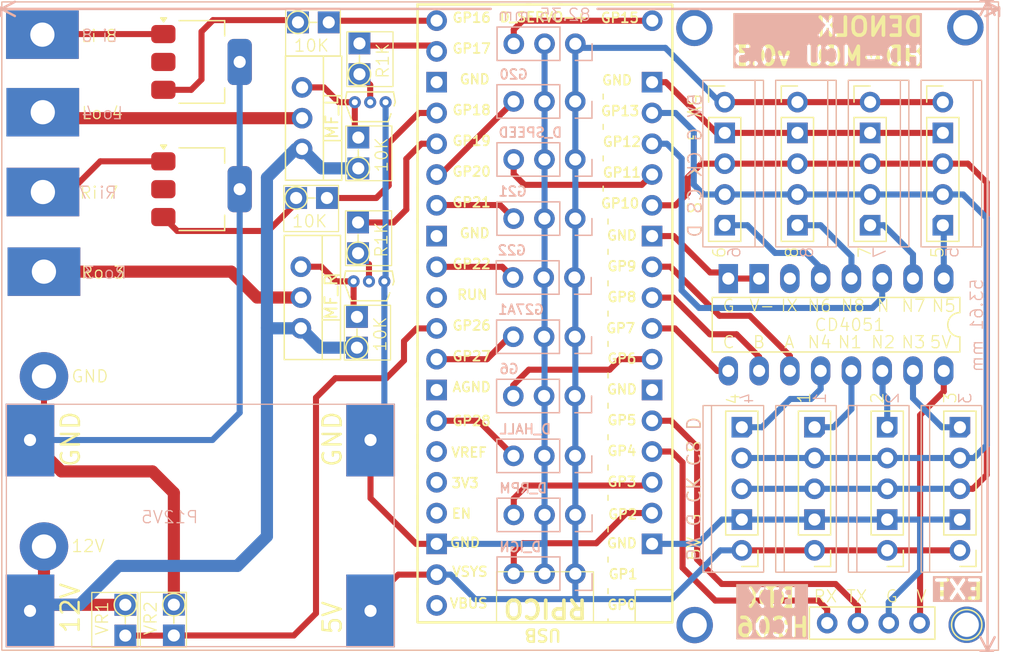
<source format=kicad_pcb>
(kicad_pcb (version 20241229) (generator "pcbnew") (generator_version "9.0")
  (title_block (title "hd-mcu") (company "denolk"))
  (layers (0 "F.Cu" signal) (2 "B.Cu" signal) (13 "F.Paste" user) (15 "B.Paste" user) (5 "F.SilkS" user "F.Silkscreen") (7 "B.SilkS" user "B.Silkscreen") (1 "F.Mask" user) (3 "B.Mask" user) (25 "Edge.Cuts" user))
  (net 0 "")
  (net 1 "GND")
  (net 2 "12V")
  (net 3 "SIG_L_IN")
  (net 4 "SIG_L_OUT")
  (net 5 "SIG_R_IN")
  (net 6 "SIG_R_OUT")
  (net 7 "5V")
  (net 8 "D_SIG_L_IN")
  (net 9 "D_SIG_R_IN")
  (net 10 "D_SIG_R_OUT")
  (net 11 "D_SIG_L_OUT")
  (net 12 "D_MUX_A")
  (net 13 "D_MUX_B")
  (net 14 "D_MUX_C")
  (net 15 "MUX_S8")
  (net 16 "MUX_S1")
  (net 17 "MUX_S2")
  (net 18 "MUX_S3")
  (net 19 "MUX_S4")
  (net 20 "MUX_S5")
  (net 21 "MUX_S7")
  (net 22 "MUX_S6")
  (net 23 "D_BT_RX")
  (net 24 "D_BT_TX")
  (net 25 "D_VOLT")
  (net 26 "D_SCK")
  (net 27 "D_CS")
  (net 28 "D_SO")
  (net 29 "AUX_A1")
  (net 30 "AUX_G20")
  (net 31 "AUX_G21")
  (net 32 "AUX_G6")
  (net 33 "AUX_G22")
  (net 34 "D_SERVO_PWM")
  (net 35 "D_RPM")
  (net 36 "D_IGN")
  (net 37 "D_SPEED")
  (net 38 "D_HALL")
  (footprint "Resistor_THT:R_Axial_DIN0204_L3.6mm_D1.6mm_P2.54mm_Vertical" (layer "F.Cu") (at 50.7175 70.8425 -90)
    (property "Reference" "VR2")
    (property "Value" "R_Axial_DIN0204_L3.6mm_D1.6mm_P2.54mm_Vertical" (hide yes))
  )
  (footprint "Resistor_THT:R_Axial_DIN0204_L3.6mm_D1.6mm_P2.54mm_Vertical" (layer "F.Cu") (at 46.7125 70.8525 -90)
    (property "Reference" "VR1")
    (property "Value" "R_Axial_DIN0204_L3.6mm_D1.6mm_P2.54mm_Vertical" (hide yes))
  )
  (footprint "" (layer "F.Cu") (at 90.2 22.65)
    (property "Reference" "")
    (property "Value" "")
  )
  (footprint "Connector_PinHeader_2.54mm:Socker_PinHeader_1x05_P2.54mm_Dualside" (layer "F.Cu") (at 103.5875 66.3575 180)
    (property "Reference" "1")
    (property "Value" "N1" (hide yes))
  )
  (footprint "Connector_PinHeader_2.54mm:Socker_PinHeader_1x05_P2.54mm_Dualside" (layer "F.Cu") (at 114.1775 29.3675)
    (property "Reference" "5")
    (property "Value" "N4" (hide yes))
  )
  (footprint "" (layer "F.Cu") (at 40 52)
    (property "Reference" "")
    (property "Value" "")
  )
  (footprint "Package_TO_SOT_THT:TO-220-3_Vertical" (layer "F.Cu") (at 61.3 28.1525 -90)
    (property "Reference" "REF**" (hide yes))
    (property "Value" "MF_L")
  )
  (footprint "Resistor_THT:R_Axial_DIN0204_L3.6mm_D1.6mm_P2.54mm_Vertical" (layer "F.Cu") (at 60.96 22.785)
    (property "Reference" "10K")
    (property "Value" "R_Axial_DIN0204_L3.6mm_D1.6mm_P2.54mm_Vertical" (hide yes))
  )
  (footprint "Package_TO_SOT_SMD:SOT-223" (layer "F.Cu") (at 53 36.5525)
    (property "Reference" "REF**" (hide yes))
    (property "Value" "RS78")
  )
  (footprint "" (layer "F.Cu") (at 116.15 21.69)
    (property "Reference" "")
    (property "Value" "")
  )
  (footprint "" (layer "F.Cu") (at 90.17 63.28)
    (property "Reference" "")
    (property "Value" "")
  )
  (footprint "Resistor_THT:R_Axial_DIN0204_L3.6mm_D1.6mm_P2.54mm_Vertical" (layer "F.Cu") (at 65.83 49.6325 90)
    (property "Reference" "10K")
    (property "Value" "R_Axial_DIN0204_L3.6mm_D1.6mm_P2.54mm_Vertical" (hide yes))
  )
  (footprint "Connector_PinHeader_2.54mm:Socker_PinHeader_1x05_P2.54mm_Dualside" (layer "F.Cu") (at 96.1775 29.3675)
    (property "Reference" "6")
    (property "Value" "N6" (hide yes))
  )
  (footprint "" (layer "F.Cu") (at 39.8475 23.8 180)
    (property "Reference" "")
    (property "Value" "")
  )
  (footprint "Connector_PinHeader_2.54mm:Socker_PinHeader_1x05_P2.54mm_Dualside" (layer "F.Cu") (at 109.5875 66.3575 180)
    (property "Reference" "2")
    (property "Value" "N4" (hide yes))
  )
  (footprint "Resistor_THT:R_Axial_DIN0204_L3.6mm_D1.6mm_P2.54mm_Vertical" (layer "F.Cu") (at 60.81 37.28)
    (property "Reference" "10K")
    (property "Value" "R_Axial_DIN0204_L3.6mm_D1.6mm_P2.54mm_Vertical" (hide yes))
  )
  (footprint "Package_TO_SOT_THT:TO-92S" (layer "F.Cu") (at 68.09 44.1575 180)
    (property "Reference" "REF**" (hide yes))
    (property "Value" "22RG" (hide yes))
  )
  (footprint "Connector_Pin:Pin_D1.0mm_L10.0mm" (layer "F.Cu") (at 116.15 72.5)
    (property "Reference" "REF**" (hide yes))
    (property "Value" "Pin_D1.0mm_L10.0mm" (hide yes))
  )
  (footprint "Connector_PinHeader_2.54mm:Socker_PinHeader_1x05_P2.54mm_Dualside" (layer "F.Cu") (at 108.1775 29.3675)
    (property "Reference" "7")
    (property "Value" "N7" (hide yes))
  )
  (footprint "" (layer "F.Cu") (at 40 66.0425)
    (property "Reference" "")
    (property "Value" "")
  )
  (footprint "denolk:rpi_pico_h" (layer "F.Cu") (at 81.3465 46.1225 180)
    (property "Reference" "REF**" (hide yes))
    (property "Value" "RPICO")
  )
  (footprint "" (layer "F.Cu") (at 93.7 72.525)
    (property "Reference" "")
    (property "Value" "")
  )
  (footprint "Package_TO_SOT_SMD:SOT-223" (layer "F.Cu") (at 53 26.0525)
    (property "Reference" "REF**" (hide yes))
    (property "Value" "LS78")
  )
  (footprint "Package_TO_SOT_THT:TO-220-3_Vertical" (layer "F.Cu") (at 61.2 42.9525 -90)
    (property "Reference" "REF**" (hide yes))
    (property "Value" "MF_R")
  )
  (footprint "" (layer "F.Cu") (at 93.675 23.2425)
    (property "Reference" "")
    (property "Value" "")
  )
  (footprint "clipboard:025a530c-414d-4610-914f-198754de7740" (layer "F.Cu") (at 103.125 73.69)
    (property "Reference" "" (hide yes))
    (property "Value" "" (hide yes))
  )
  (footprint "" (layer "F.Cu") (at 39.9 30.2 180)
    (property "Reference" "")
    (property "Value" "")
  )
  (footprint "Connector_PinHeader_2.54mm:Socker_PinHeader_1x05_P2.54mm_Dualside" (layer "F.Cu") (at 97.5875 66.3575 180)
    (property "Reference" "4")
    (property "Value" "N4" (hide yes))
  )
  (footprint "Connector_PinHeader_2.54mm:Socker_PinHeader_1x05_P2.54mm_Dualside" (layer "F.Cu") (at 115.5875 66.3575 180)
    (property "Reference" "3")
    (property "Value" "N4" (hide yes))
  )
  (footprint "" (layer "F.Cu") (at 39.91 36.7875 180)
    (property "Reference" "")
    (property "Value" "")
  )
  (footprint "Resistor_THT:R_Axial_DIN0204_L3.6mm_D1.6mm_P2.54mm_Vertical" (layer "F.Cu") (at 65.92 41.8375 90)
    (property "Reference" "R1K")
    (property "Value" "R_Axial_DIN0204_L3.6mm_D1.6mm_P2.54mm_Vertical" (hide yes))
  )
  (footprint "Package_TO_SOT_THT:TO-92S" (layer "F.Cu") (at 68.19 29.3775 180)
    (property "Reference" "REF**" (hide yes))
    (property "Value" "22LF" (hide yes))
  )
  (footprint "" (layer "F.Cu") (at 39.995 43.3575 180)
    (property "Reference" "")
    (property "Value" "")
  )
  (footprint "Resistor_THT:R_Axial_DIN0204_L3.6mm_D1.6mm_P2.54mm_Vertical" (layer "F.Cu") (at 65.94 34.8325 90)
    (property "Reference" "10K")
    (property "Value" "R_Axial_DIN0204_L3.6mm_D1.6mm_P2.54mm_Vertical" (hide yes))
  )
  (footprint "Connector_PinHeader_2.54mm:Socker_PinHeader_1x05_P2.54mm_Dualside" (layer "F.Cu") (at 102.1775 29.3675)
    (property "Reference" "8")
    (property "Value" "N8" (hide yes))
  )
  (footprint "Resistor_THT:R_Axial_DIN0204_L3.6mm_D1.6mm_P2.54mm_Vertical" (layer "F.Cu") (at 66.035 27.0625 90)
    (property "Reference" "R1K")
    (property "Value" "R_Axial_DIN0204_L3.6mm_D1.6mm_P2.54mm_Vertical" (hide yes))
  )
  (footprint "Package_DIP:DIP-16_W7.62mm_LongPads" (layer "F.Cu") (at 114.255 43.9775 -90)
    (property "Reference" "CD4051")
    (property "Value" "CD4051" (hide yes))
  )
  (footprint "Connector_PinHeader_2.54mm:PinHeader_1x03_P2.54mm_Vertical" (layer "B.Cu") (at 83.85 63.43 90)
    (property "Reference" "REF**" (hide yes))
    (property "Value" "PinHeader_1x03_P2.54mm_Vertical" (hide yes))
  )
  (footprint "Connector_PinHeader_2.54mm:PinHeader_1x03_P2.54mm_Vertical" (layer "B.Cu") (at 83.85 24.55 90)
    (property "Reference" "REF**" (hide yes))
    (property "Value" "PinHeader_1x03_P2.54mm_Vertical" (hide yes))
  )
  (footprint "footprints:P12V5" (layer "B.Cu") (at 36.8975 54.3025 -90)
    (property "Reference" "REF**" (hide yes))
    (property "Value" "P12V5" (hide yes))
  )
  (footprint "Connector_PinHeader_2.54mm:PinHeader_1x03_P2.54mm_Vertical" (layer "B.Cu") (at 83.81 53.62 90)
    (property "Reference" "REF**" (hide yes))
    (property "Value" "PinHeader_1x03_P2.54mm_Vertical" (hide yes))
  )
  (footprint "Connector_PinHeader_2.54mm:PinHeader_1x03_P2.54mm_Vertical" (layer "B.Cu") (at 83.85 68.28 90)
    (property "Reference" "REF**" (hide yes))
    (property "Value" "PinHeader_1x03_P2.54mm_Vertical" (hide yes))
  )
  (footprint "Connector_PinHeader_2.54mm:PinHeader_1x03_P2.54mm_Vertical" (layer "B.Cu") (at 83.84 29.31 90)
    (property "Reference" "REF**" (hide yes))
    (property "Value" "PinHeader_1x03_P2.54mm_Vertical" (hide yes))
  )
  (footprint "Connector_PinHeader_2.54mm:PinHeader_1x03_P2.54mm_Vertical" (layer "B.Cu") (at 83.8425 34.1 90)
    (property "Reference" "REF**" (hide yes))
    (property "Value" "PinHeader_1x03_P2.54mm_Vertical" (hide yes))
  )
  (footprint "Connector_PinHeader_2.54mm:PinHeader_1x03_P2.54mm_Vertical" (layer "B.Cu") (at 83.83 58.56 90)
    (property "Reference" "REF**" (hide yes))
    (property "Value" "PinHeader_1x03_P2.54mm_Vertical" (hide yes))
  )
  (footprint "Connector_PinHeader_2.54mm:PinHeader_1x03_P2.54mm_Vertical" (layer "B.Cu") (at 83.84 38.98 90)
    (property "Reference" "REF**" (hide yes))
    (property "Value" "PinHeader_1x03_P2.54mm_Vertical" (hide yes))
  )
  (footprint "Connector_PinHeader_2.54mm:PinHeader_1x03_P2.54mm_Vertical" (layer "B.Cu") (at 83.78 43.84 90)
    (property "Reference" "REF**" (hide yes))
    (property "Value" "PinHeader_1x03_P2.54mm_Vertical" (hide yes))
  )
  (footprint "Connector_PinHeader_2.54mm:PinHeader_1x03_P2.54mm_Vertical" (layer "B.Cu") (at 83.81 48.73 90)
    (property "Reference" "REF**" (hide yes))
    (property "Value" "PinHeader_1x03_P2.54mm_Vertical" (hide yes))
  )
  (gr_rect (start 64.79 46.1325) (end 68.6 50.6525) (stroke (width 0.1)) (fill no) (layer "F.SilkS"))
  (gr_rect (start 64.9 31.3325) (end 68.71 35.8525) (stroke (width 0.1)) (fill no) (layer "F.SilkS"))
  (gr_rect (start 70.8275 21.3125) (end 91.8575 72.3025) (stroke (width 0.2)) (fill no) (layer "F.SilkS"))
  (gr_rect (start 43.9425 69.8325) (end 47.7525 74.3525) (stroke (width 0.1)) (fill no) (layer "F.SilkS"))
  (gr_rect (start 59.79 36.24) (end 64.31 40.05) (stroke (width 0.1)) (fill no) (layer "F.SilkS"))
  (gr_rect (start 36.5225 21.1) (end 118.77 74.6) (stroke (width 0.1)) (fill no) (layer "F.SilkS"))
  (gr_rect (start 64.995 23.5625) (end 68.805 28.0825) (stroke (width 0.1)) (fill no) (layer "F.SilkS"))
  (gr_rect (start 64.88 38.3375) (end 68.69 42.8575) (stroke (width 0.1)) (fill no) (layer "F.SilkS"))
  (gr_rect (start 47.9475 69.8225) (end 51.7575 74.3425) (stroke (width 0.1)) (fill no) (layer "F.SilkS"))
  (gr_rect (start 59.94 21.745) (end 64.46 25.555) (stroke (width 0.1)) (fill no) (layer "F.SilkS"))
  (gr_rect (start 36.5225 21.1) (end 118.77 74.6) (stroke (width 0.1)) (fill no) (layer "B.SilkS"))
  (gr_text "GND" (at 42.2 52 0) (layer "F.SilkS") (effects (font (size 1 1) (thickness 0.1)) (justify left)))
  (gr_text "Li 8" (at 42.995 23.91 0) (layer "F.SilkS") (effects (font (size 1 1) (thickness 0.1)) (justify left)))
  (gr_text "12V" (at 42.2 66 0) (layer "F.SilkS") (effects (font (size 1 1) (thickness 0.1)) (justify left)))
  (gr_text "Ro 3" (at 46.7475 43.4425 0) (layer "F.SilkS") (effects (font (size 1 1) (thickness 0.1)) (justify right)))
  (gr_text "8" (at 101.7275 41.7675 90) (layer "F.SilkS") (effects (font (size 1 1) (thickness 0.1))))
  (gr_text "GND" (at 42.2 59.6 90) (layer "F.SilkS") (effects (font (size 1.5 1.5) (thickness 0.2)) (justify left)))
  (gr_text "3" (at 114.7875 53.7675 90) (layer "F.SilkS") (effects (font (size 1 1) (thickness 0.1))))
  (gr_text "5" (at 113.7275 41.7675 90) (layer "F.SilkS") (effects (font (size 1 1) (thickness 0.1))))
  (gr_text "4" (at 96.9075 53.8675 90) (layer "F.SilkS") (effects (font (size 1 1) (thickness 0.1))))
  (gr_text "GND" (at 63.8 59.6 90) (layer "F.SilkS") (effects (font (size 1.5 1.5) (thickness 0.2)) (justify left)))
  (gr_text "Lo 4" (at 46.595 30.2675 0) (layer "F.SilkS") (effects (font (size 1 1) (thickness 0.1)) (justify right)))
  (gr_text "2" (at 108.7675 53.7875 90) (layer "F.SilkS") (effects (font (size 1 1) (thickness 0.1))))
  (gr_text "12V" (at 42.175 73.325 90) (layer "F.SilkS") (effects (font (size 1.5 1.5) (thickness 0.2)) (justify left)))
  (gr_text "BTX\nHC06" (at 100.1275 69.2725 180) (layer "F.SilkS" knockout) (effects (font (size 1.5 1.5) (thickness 0.3) (bold yes)) (justify bottom)))
  (gr_text "7" (at 107.7275 41.7675 90) (layer "F.SilkS") (effects (font (size 1 1) (thickness 0.1))))
  (gr_text "5V G CK CS D" (at 92.97 28.575 -90) (layer "F.SilkS") (effects (font (size 1.1 1.1) (thickness 0.12)) (justify left bottom)))
  (gr_text "GND" (at 87.2925 27.5625 0) (layer "F.SilkS") (effects (font (size 0.8 0.8))))
  (gr_text "GP15" (at 87.52 22.41 0) (layer "F.SilkS") (effects (font (size 0.8 0.8))))
  (gr_text "5V G CK CS D" (at 94.3 67.295 90) (layer "F.SilkS") (effects (font (size 1.1 1.1) (thickness 0.12)) (justify left bottom)))
  (gr_text "DENOLK\nHD-MCU v0.3" (at 96.6475 26.4525 0) (layer "F.SilkS" knockout) (effects (font (size 1.5 1.5) (thickness 0.3) (bold yes)) (justify left bottom)))
  (gr_text "1" (at 102.7275 53.7675 90) (layer "F.SilkS") (effects (font (size 1 1) (thickness 0.1))))
  (gr_text "6" (at 95.7275 41.7675 90) (layer "F.SilkS") (effects (font (size 1 1) (thickness 0.1))))
  (gr_text "D_SERVO-+" (at 77.53 22.36 0) (layer "F.SilkS") (effects (font (size 0.8 0.8)) (justify left)))
  (gr_text "5V" (at 63.8 73.4 90) (layer "F.SilkS") (effects (font (size 1.5 1.5) (thickness 0.2)) (justify left)))
  (gr_text "EXT" (at 113.125 70.5 0) (layer "F.SilkS" knockout) (effects (font (size 1.5 1.5) (thickness 0.3) (bold yes)) (justify left bottom)))
  (gr_text "Ri 7" (at 42.8825 36.8425 0) (layer "F.SilkS") (effects (font (size 1 1) (thickness 0.1)) (justify left)))
  (gr_text "GP2" (at 87.76 63.38 0) (layer "F.SilkS") (effects (font (size 0.8 0.8))))
  (gr_text "5V G CK CS D" (at 94.37 28.575 90) (layer "B.SilkS") (effects (font (size 1.1 1.1) (thickness 0.12)) (justify left bottom mirror)))
  (gr_text "Ri 7" (at 46.0825 36.8425 0) (layer "B.SilkS") (effects (font (size 1 1) (thickness 0.1)) (justify left mirror)))
  (gr_text "D_RPM" (at 77.49 61.23 0) (layer "B.SilkS") (effects (font (size 0.8 0.8)) (justify right mirror)))
  (gr_text "Ro 3" (at 43.1475 43.4525 0) (layer "B.SilkS") (effects (font (size 1 1) (thickness 0.1)) (justify right mirror)))
  (gr_text "5V G CK CS D" (at 92.9 67.325 -90) (layer "B.SilkS") (effects (font (size 1.1 1.1) (thickness 0.12)) (justify left bottom mirror)))
  (gr_text "G21" (at 77.4075 36.74 0) (layer "B.SilkS") (effects (font (size 0.8 0.8)) (justify right mirror)))
  (gr_text "G20" (at 77.4975 27.08 0) (layer "B.SilkS") (effects (font (size 0.8 0.8)) (justify right mirror)))
  (gr_text "G27A1" (at 77.3775 46.49 0) (layer "B.SilkS") (effects (font (size 0.8 0.8)) (justify right mirror)))
  (gr_text "Lo 4" (at 43.035 30.2775 0) (layer "B.SilkS") (effects (font (size 1 1) (thickness 0.1)) (justify right mirror)))
  (gr_text "Li 8" (at 46.1425 23.8875 0) (layer "B.SilkS") (effects (font (size 1 1) (thickness 0.1)) (justify left mirror)))
  (gr_text "D_SPEED" (at 77.43 31.88 0) (layer "B.SilkS") (effects (font (size 0.8 0.8)) (justify right mirror)))
  (gr_text "D_HALL" (at 77.51 56.36 0) (layer "B.SilkS") (effects (font (size 0.8 0.8)) (justify right mirror)))
  (gr_text "G22" (at 77.3475 41.6 0) (layer "B.SilkS") (effects (font (size 0.8 0.8)) (justify right mirror)))
  (gr_text "BTX\nHC06" (at 100.1275 73.5825 0) (layer "B.SilkS" knockout) (effects (font (size 1.5 1.5) (thickness 0.3) (bold yes)) (justify bottom mirror)))
  (gr_text "DENOLK\nHD-MCU v0.3" (at 112.6875 26.4525 0) (layer "B.SilkS" knockout) (effects (font (size 1.5 1.5) (thickness 0.3) (bold yes)) (justify left bottom mirror)))
  (gr_text "EXT" (at 117.655 70.5 0) (layer "B.SilkS" knockout) (effects (font (size 1.5 1.5) (thickness 0.3) (bold yes)) (justify left bottom mirror)))
  (gr_text "G6" (at 77.5 51.39 0) (layer "B.SilkS") (effects (font (size 0.8 0.8)) (justify right mirror)))
  (gr_text "D_IGN" (at 77.49 66.08 0) (layer "B.SilkS") (effects (font (size 0.8 0.8)) (justify right mirror)))
  (dimension (type aligned) (layer "B.SilkS") (pts (xy 118.8225 74.65) (xy 118.8225 21.04)) (height -0.955) (format (prefix "") (suffix "") (units 3) (units_format 1) (precision 2)) (style (thickness 0.2) (arrow_length 1.27) (text_position_mode 2) (arrow_direction outward) (extension_height 0.58642) (extension_offset 0.5) (keep_text_aligned yes)) (gr_text "53.61 mm" (at 116.979981 47.79848 90) (layer "B.SilkS") (effects (font (size 1 1) (thickness 0.1)) (justify mirror))))
  (dimension (type aligned) (layer "B.SilkS") (pts (xy 36.47 21.04) (xy 118.8225 21.04)) (height 0.635) (format (prefix "") (suffix "") (units 3) (units_format 1) (precision 2)) (style (thickness 0.2) (arrow_length 1.27) (text_position_mode 2) (arrow_direction outward) (extension_height 0.58642) (extension_offset 0.5) (keep_text_aligned yes)) (gr_text "82.35 mm" (at 81.275021 22.159972 0) (layer "B.SilkS") (effects (font (size 1 1) (thickness 0.1)) (justify mirror))))
  (segment (start 61.2 42.9525) (end 62.89 42.9525) (width 0.5) (layer "F.Cu") (net 0))
  (segment (start 64.095 44.1575) (end 65.55 44.1575) (width 0.5) (layer "F.Cu") (net 0))
  (segment (start 63.1 28.1525) (end 64.325 29.3775) (width 0.5) (layer "F.Cu") (net 0))
  (segment (start 65.65 29.3775) (end 65.65 32.0025) (width 0.5) (layer "F.Cu") (net 0))
  (segment (start 64.325 29.3775) (end 65.65 29.3775) (width 0.5) (layer "F.Cu") (net 0))
  (segment (start 65.55 44.1575) (end 65.55 46.8125) (width 0.5) (layer "F.Cu") (net 0))
  (segment (start 62.89 42.9525) (end 64.095 44.1575) (width 0.5) (layer "F.Cu") (net 0))
  (segment (start 61.3 28.1525) (end 63.1 28.1525) (width 0.5) (layer "F.Cu") (net 0))
  (segment (start 65.65 32.0025) (end 65.94 32.2925) (width 0.5) (layer "F.Cu") (net 0))
  (segment (start 114.1775 31.9075) (end 96.1775 31.9075) (width 0.5) (layer "F.Cu") (net 1))
  (segment (start 70.7175 65.8225) (end 72.4025 65.8225) (width 0.5) (layer "F.Cu") (net 1))
  (segment (start 95.9725 43.425) (end 96.475 43.9275) (width 0.5) (layer "F.Cu") (net 1))
  (segment (start 66.9475 62.0525) (end 70.7175 65.8225) (width 0.5) (layer "F.Cu") (net 1))
  (segment (start 91.9725 40.4225) (end 94.975 43.425) (width 0.5) (layer "F.Cu") (net 1))
  (segment (start 48.9475 59.8425) (end 41.4375 59.8425) (width 1) (layer "F.Cu") (net 1))
  (segment (start 50.7175 70.8425) (end 50.7175 61.6125) (width 1) (layer "F.Cu") (net 1))
  (segment (start 66.9475 62.0525) (end 66.9475 57.2525) (width 0.5) (layer "F.Cu") (net 1))
  (segment (start 96.1775 31.9075) (end 95.5075 31.9075) (width 0.5) (layer "F.Cu") (net 1))
  (segment (start 40 52) (end 40 56.1) (width 0.5) (layer "F.Cu") (net 1))
  (segment (start 41.4375 59.8425) (end 38.8475 57.2525) (width 1) (layer "F.Cu") (net 1))
  (segment (start 91.3225 27.7225) (end 90.1825 27.7225) (width 0.5) (layer "F.Cu") (net 1))
  (segment (start 50.7175 61.6125) (end 48.9475 59.8425) (width 1) (layer "F.Cu") (net 1))
  (segment (start 90.1825 40.4225) (end 91.9725 40.4225) (width 0.5) (layer "F.Cu") (net 1))
  (segment (start 95.5075 31.9075) (end 91.3225 27.7225) (width 0.5) (layer "F.Cu") (net 1))
  (segment (start 99.015 43.9275) (end 96.475 43.9275) (width 0.5) (layer "F.Cu") (net 1))
  (segment (start 94.975 43.425) (end 95.9725 43.425) (width 0.5) (layer "F.Cu") (net 1))
  (segment (start 40.2475 56.8525) (end 38.8475 55.4525) (width 0.5) (layer "F.Cu") (net 1))
  (segment (start 40 56.1) (end 38.8475 57.2525) (width 0.5) (layer "F.Cu") (net 1))
  (segment (start 107.06 63.8475) (end 107.09 63.8175) (width 0.5) (layer "B.Cu") (net 1))
  (segment (start 72.2325 65.6525) (end 72.4025 65.8225) (width 0.5) (layer "B.Cu") (net 1))
  (segment (start 81.0175 65.8225) (end 72.4025 65.8225) (width 0.5) (layer "B.Cu") (net 1))
  (segment (start 90.1825 65.8225) (end 93.9525 65.8225) (width 0.5) (layer "B.Cu") (net 1))
  (segment (start 56.15 36.5525) (end 56.15 55) (width 0.5) (layer "B.Cu") (net 1))
  (segment (start 68.09 44.1575) (end 68.09 56.11) (width 0.5) (layer "B.Cu") (net 1))
  (segment (start 81.31 65.79) (end 81.31 68.28) (width 0.5) (layer "B.Cu") (net 1))
  (segment (start 53.8975 57.2525) (end 38.8475 57.2525) (width 0.5) (layer "B.Cu") (net 1))
  (segment (start 109.715 72.36) (end 109.66 72.305) (width 0.5) (layer "B.Cu") (net 1))
  (segment (start 109.715 72.36) (end 109.715 70.635) (width 0.5) (layer "B.Cu") (net 1))
  (segment (start 81.05 65.79) (end 81.0175 65.8225) (width 0.5) (layer "B.Cu") (net 1))
  (segment (start 68.19 44.0575) (end 68.09 44.1575) (width 0.5) (layer "B.Cu") (net 1))
  (segment (start 68.19 29.3775) (end 68.19 44.0575) (width 0.5) (layer "B.Cu") (net 1))
  (segment (start 72.4025 65.8225) (end 72.06 66.165) (width 0.5) (layer "B.Cu") (net 1))
  (segment (start 56.15 26.0525) (end 56.15 36.5525) (width 0.5) (layer "B.Cu") (net 1))
  (segment (start 56.15 55) (end 53.8975 57.2525) (width 0.5) (layer "B.Cu") (net 1))
  (segment (start 68.09 56.11) (end 66.9475 57.2525) (width 0.5) (layer "B.Cu") (net 1))
  (segment (start 81.31 24.55) (end 81.31 65.79) (width 0.5) (layer "B.Cu") (net 1))
  (segment (start 81.31 65.79) (end 81.05 65.79) (width 0.5) (layer "B.Cu") (net 1))
  (segment (start 109.715 70.635) (end 112.3 68.05) (width 0.5) (layer "B.Cu") (net 1))
  (segment (start 112.3 68.05) (end 112.3 63.8175) (width 0.5) (layer "B.Cu") (net 1))
  (segment (start 93.9525 65.8225) (end 95.9575 63.8175) (width 0.5) (layer "B.Cu") (net 1))
  (segment (start 112.3 63.8175) (end 115.5875 63.8175) (width 0.5) (layer "B.Cu") (net 1))
  (segment (start 73.0325 65.8225) (end 73.04 65.83) (width 0.5) (layer "B.Cu") (net 1))
  (segment (start 95.9575 63.8175) (end 97.5875 63.8175) (width 0.5) (layer "B.Cu") (net 1))
  (segment (start 97.5875 63.8175) (end 112.3 63.8175) (width 0.5) (layer "B.Cu") (net 1))
  (segment (start 40 70.2) (end 40 66.0425) (width 1) (layer "F.Cu") (net 2))
  (segment (start 39.3475 70.8525) (end 46.7125 70.8525) (width 1) (layer "F.Cu") (net 2))
  (segment (start 38.8475 71.3525) (end 39.3475 70.8525) (width 1) (layer "F.Cu") (net 2))
  (segment (start 38.8475 71.3525) (end 40 70.2) (width 1) (layer "F.Cu") (net 2))
  (segment (start 62.9 34.8325) (end 65.94 34.8325) (width 1) (layer "B.Cu") (net 2))
  (segment (start 42.9475 70.8425) (end 39.3575 70.8425) (width 1) (layer "B.Cu") (net 2))
  (segment (start 61.3 33.2325) (end 62.9 34.8325) (width 1) (layer "B.Cu") (net 2))
  (segment (start 61.3 33.2325) (end 60.7675 33.2325) (width 1) (layer "B.Cu") (net 2))
  (segment (start 58.4 65.2) (end 55.9575 67.6425) (width 1) (layer "B.Cu") (net 2))
  (segment (start 46.1475 67.6425) (end 42.9475 70.8425) (width 1) (layer "B.Cu") (net 2))
  (segment (start 58.4 48) (end 58.4325 48.0325) (width 1) (layer "B.Cu") (net 2))
  (segment (start 39.3575 70.8425) (end 38.8475 71.3525) (width 1) (layer "B.Cu") (net 2))
  (segment (start 61.2 48.0325) (end 62.8 49.6325) (width 1) (layer "B.Cu") (net 2))
  (segment (start 60.7675 33.2325) (end 58.4 35.6) (width 1) (layer "B.Cu") (net 2))
  (segment (start 58.4325 48.0325) (end 61.2 48.0325) (width 1) (layer "B.Cu") (net 2))
  (segment (start 58.4 35.6) (end 58.4 65.2) (width 1) (layer "B.Cu") (net 2))
  (segment (start 55.9575 67.6425) (end 46.1475 67.6425) (width 1) (layer "B.Cu") (net 2))
  (segment (start 62.8 49.6325) (end 65.83 49.6325) (width 1) (layer "B.Cu") (net 2))
  (segment (start 40.4575 23.7525) (end 49.85 23.7525) (width 0.5) (layer "F.Cu") (net 3))
  (segment (start 39.8675 24.3425) (end 40.4575 23.7525) (width 0.5) (layer "F.Cu") (net 3))
  (segment (start 39.9 30.3525) (end 40.24 30.6925) (width 1) (layer "F.Cu") (net 4))
  (segment (start 40.24 30.6925) (end 61.3 30.6925) (width 1) (layer "F.Cu") (net 4))
  (segment (start 44.6475 34.2525) (end 49.85 34.2525) (width 0.5) (layer "F.Cu") (net 5))
  (segment (start 39.91 36.3975) (end 42.5025 36.3975) (width 0.5) (layer "F.Cu") (net 5))
  (segment (start 42.5025 36.3975) (end 44.6475 34.2525) (width 0.5) (layer "F.Cu") (net 5))
  (segment (start 57.5875 45.4925) (end 61.2 45.4925) (width 1) (layer "F.Cu") (net 6))
  (segment (start 39.995 43.3575) (end 55.4525 43.3575) (width 1) (layer "F.Cu") (net 6))
  (segment (start 55.4525 43.3575) (end 57.5875 45.4925) (width 1) (layer "F.Cu") (net 6))
  (segment (start 114.255 51.5475) (end 114.29 51.5825) (width 0.5) (layer "F.Cu") (net 7))
  (segment (start 112.3 55.2) (end 112.3 72.315) (width 0.5) (layer "F.Cu") (net 7))
  (segment (start 112.3 72.315) (end 112.255 72.36) (width 0.5) (layer "F.Cu") (net 7))
  (segment (start 114.255 51.5475) (end 114.255 53.245) (width 0.5) (layer "F.Cu") (net 7))
  (segment (start 114.255 53.245) (end 112.3 55.2) (width 0.5) (layer "F.Cu") (net 7))
  (segment (start 115.5875 66.3575) (end 97.5875 66.3575) (width 0.5) (layer "F.Cu") (net 7))
  (segment (start 72.4025 68.3625) (end 69.2375 68.3625) (width 0.5) (layer "F.Cu") (net 7))
  (segment (start 69.2375 68.3625) (end 66.9475 70.6525) (width 0.5) (layer "F.Cu") (net 7))
  (segment (start 96.1775 29.3675) (end 114.1775 29.3675) (width 0.5) (layer "F.Cu") (net 7))
  (segment (start 66.9475 70.6525) (end 66.9475 71.3525) (width 0.5) (layer "F.Cu") (net 7))
  (segment (start 75.58 70.38) (end 83.86 70.38) (width 0.5) (layer "B.Cu") (net 7))
  (segment (start 91.28 24.89) (end 84.19 24.89) (width 0.5) (layer "B.Cu") (net 7))
  (segment (start 95.7575 29.3675) (end 91.28 24.89) (width 0.5) (layer "B.Cu") (net 7))
  (segment (start 73.5625 68.3625) (end 75.58 70.38) (width 0.5) (layer "B.Cu") (net 7))
  (segment (start 83.85 24.55) (end 83.85 70.37) (width 0.5) (layer "B.Cu") (net 7))
  (segment (start 91.796447 70.38) (end 95.818947 66.3575) (width 0.5) (layer "B.Cu") (net 7))
  (segment (start 72.4025 68.3625) (end 73.5625 68.3625) (width 0.5) (layer "B.Cu") (net 7))
  (segment (start 95.818947 66.3575) (end 97.5875 66.3575) (width 0.5) (layer "B.Cu") (net 7))
  (segment (start 83.85 70.37) (end 83.86 70.38) (width 0.5) (layer "B.Cu") (net 7))
  (segment (start 84.19 24.89) (end 83.85 24.55) (width 0.5) (layer "B.Cu") (net 7))
  (segment (start 96.1775 29.3675) (end 95.7575 29.3675) (width 0.5) (layer "B.Cu") (net 7))
  (segment (start 83.86 70.38) (end 91.796447 70.38) (width 0.5) (layer "B.Cu") (net 7))
  (segment (start 63.635 22.65) (end 72.395 22.65) (width 0.5) (layer "F.Cu") (net 8))
  (segment (start 53 27.5) (end 53 23.55) (width 0.5) (layer "F.Cu") (net 8))
  (segment (start 72.395 22.65) (end 72.4025 22.6425) (width 0.5) (layer "F.Cu") (net 8))
  (segment (start 72.4025 22.6425) (end 72.36 22.6) (width 0.5) (layer "F.Cu") (net 8))
  (segment (start 53.95 22.6) (end 60.745 22.6) (width 0.5) (layer "F.Cu") (net 8))
  (segment (start 53 23.55) (end 53.95 22.6) (width 0.5) (layer "F.Cu") (net 8))
  (segment (start 63.5 22.785) (end 63.635 22.65) (width 0.5) (layer "F.Cu") (net 8))
  (segment (start 60.745 22.6) (end 60.945 22.8) (width 0.5) (layer "F.Cu") (net 8))
  (segment (start 49.85 28.3525) (end 52.1475 28.3525) (width 0.5) (layer "F.Cu") (net 8))
  (segment (start 52.1475 28.3525) (end 53 27.5) (width 0.5) (layer "F.Cu") (net 8))
  (segment (start 50.9975 40) (end 58.5 40) (width 0.5) (layer "F.Cu") (net 9))
  (segment (start 72.4025 30.2625) (end 70.9375 30.2625) (width 0.5) (layer "F.Cu") (net 9))
  (segment (start 68.4475 32.7525) (end 68.4475 36.2525) (width 0.5) (layer "F.Cu") (net 9))
  (segment (start 70.9375 30.2625) (end 68.4475 32.7525) (width 0.5) (layer "F.Cu") (net 9))
  (segment (start 58.5 40) (end 60.81 37.69) (width 0.5) (layer "F.Cu") (net 9))
  (segment (start 49.85 38.8525) (end 50.9975 40) (width 0.5) (layer "F.Cu") (net 9))
  (segment (start 67.42 37.28) (end 63.35 37.28) (width 0.5) (layer "F.Cu") (net 9))
  (segment (start 60.81 37.69) (end 60.81 37.28) (width 0.5) (layer "F.Cu") (net 9))
  (segment (start 68.4475 36.2525) (end 67.42 37.28) (width 0.5) (layer "F.Cu") (net 9))
  (segment (start 66.82 42.7375) (end 66.82 44.1575) (width 0.5) (layer "F.Cu") (net 10))
  (segment (start 72.4025 32.8025) (end 71.1475 32.8025) (width 0.5) (layer "F.Cu") (net 10))
  (segment (start 68.840981 39.2975) (end 65.92 39.2975) (width 0.5) (layer "F.Cu") (net 10))
  (segment (start 69.9 34.05) (end 69.9 38.238481) (width 0.5) (layer "F.Cu") (net 10))
  (segment (start 69.9 38.238481) (end 68.840981 39.2975) (width 0.5) (layer "F.Cu") (net 10))
  (segment (start 71.1475 32.8025) (end 69.9 34.05) (width 0.5) (layer "F.Cu") (net 10))
  (segment (start 72.4025 25.1825) (end 71.92 24.7) (width 0.5) (layer "F.Cu") (net 11))
  (segment (start 66.2125 24.7) (end 66.035 24.5225) (width 0.5) (layer "F.Cu") (net 11))
  (segment (start 71.92 24.7) (end 66.2125 24.7) (width 0.5) (layer "F.Cu") (net 11))
  (segment (start 66.92 27.9475) (end 66.92 29.3775) (width 0.5) (layer "F.Cu") (net 11))
  (segment (start 72.3725 25.1525) (end 72.4025 25.1825) (width 0.5) (layer "F.Cu") (net 11))
  (segment (start 66.035 27.0625) (end 66.92 27.9475) (width 0.5) (layer "F.Cu") (net 11))
  (segment (start 90.195 42.95) (end 90.1825 42.9625) (width 0.5) (layer "F.Cu") (net 12))
  (segment (start 91.7 42.95) (end 90.195 42.95) (width 0.5) (layer "F.Cu") (net 12))
  (segment (start 98.245 47) (end 95.75 47) (width 0.5) (layer "F.Cu") (net 12))
  (segment (start 101.555 50.31) (end 98.245 47) (width 0.5) (layer "F.Cu") (net 12))
  (segment (start 101.555 51.5475) (end 101.555 50.31) (width 0.5) (layer "F.Cu") (net 12))
  (segment (start 95.75 47) (end 91.7 42.95) (width 0.5) (layer "F.Cu") (net 12))
  (segment (start 94.95 48.525) (end 97.15 48.525) (width 0.5) (layer "F.Cu") (net 13))
  (segment (start 90.1825 45.5025) (end 91.9275 45.5025) (width 0.5) (layer "F.Cu") (net 13))
  (segment (start 97.15 48.525) (end 99.015 50.39) (width 0.5) (layer "F.Cu") (net 13))
  (segment (start 91.9275 45.5025) (end 94.95 48.525) (width 0.5) (layer "F.Cu") (net 13))
  (segment (start 99.015 50.39) (end 99.015 51.5475) (width 0.5) (layer "F.Cu") (net 13))
  (segment (start 92.0675 48.0425) (end 90.1825 48.0425) (width 0.5) (layer "F.Cu") (net 14))
  (segment (start 96.475 51.5475) (end 95.5725 51.5475) (width 0.5) (layer "F.Cu") (net 14))
  (segment (start 95.5725 51.5475) (end 92.0675 48.0425) (width 0.5) (layer "F.Cu") (net 14))
  (segment (start 106.635 43.9275) (end 106.635 42.075) (width 0.5) (layer "B.Cu") (net 15))
  (segment (start 104.0875 39.5275) (end 102.1775 39.5275) (width 0.5) (layer "B.Cu") (net 15))
  (segment (start 106.635 42.075) (end 104.0875 39.5275) (width 0.5) (layer "B.Cu") (net 15))
  (segment (start 106.635 54.705) (end 106.635 51.5475) (width 0.5) (layer "B.Cu") (net 16))
  (segment (start 103.5875 56.1975) (end 105.1425 56.1975) (width 0.5) (layer "B.Cu") (net 16))
  (segment (start 105.1425 56.1975) (end 106.635 54.705) (width 0.5) (layer "B.Cu") (net 16))
  (segment (start 109.5875 56.1975) (end 109.5875 53.8275) (width 0.5) (layer "B.Cu") (net 17))
  (segment (start 109.205 53.445) (end 109.205 51.5775) (width 0.5) (layer "B.Cu") (net 17))
  (segment (start 109.205 51.5775) (end 109.175 51.5475) (width 0.5) (layer "B.Cu") (net 17))
  (segment (start 109.5875 53.8275) (end 109.205 53.445) (width 0.5) (layer "B.Cu") (net 17))
  (segment (start 115.5875 56.1975) (end 114.1075 56.1975) (width 0.5) (layer "B.Cu") (net 18))
  (segment (start 114.1075 56.1975) (end 111.715 53.805) (width 0.5) (layer "B.Cu") (net 18))
  (segment (start 111.715 53.805) (end 111.715 51.5475) (width 0.5) (layer "B.Cu") (net 18))
  (segment (start 104.095 53.055) (end 104.095 51.5475) (width 0.5) (layer "B.Cu") (net 19))
  (segment (start 104.095 51.5475) (end 104.055 51.5875) (width 0.5) (layer "B.Cu") (net 19))
  (segment (start 103.285 53.865) (end 104.095 53.055) (width 0.5) (layer "B.Cu") (net 19))
  (segment (start 99.2525 56.1975) (end 101.585 53.865) (width 0.5) (layer "B.Cu") (net 19))
  (segment (start 97.5875 56.1975) (end 99.2525 56.1975) (width 0.5) (layer "B.Cu") (net 19))
  (segment (start 101.585 53.865) (end 103.285 53.865) (width 0.5) (layer "B.Cu") (net 19))
  (segment (start 114.255 43.9275) (end 114.255 39.605) (width 0.5) (layer "B.Cu") (net 20))
  (segment (start 114.255 39.605) (end 114.1775 39.5275) (width 0.5) (layer "B.Cu") (net 20))
  (segment (start 111.715 41.935) (end 109.3075 39.5275) (width 0.5) (layer "B.Cu") (net 21))
  (segment (start 111.715 43.9275) (end 111.715 41.935) (width 0.5) (layer "B.Cu") (net 21))
  (segment (start 109.3075 39.5275) (end 108.1775 39.5275) (width 0.5) (layer "B.Cu") (net 21))
  (segment (start 100.335 41.815) (end 102.875 41.815) (width 0.5) (layer "B.Cu") (net 22))
  (segment (start 102.875 41.815) (end 104.095 43.035) (width 0.5) (layer "B.Cu") (net 22))
  (segment (start 104.095 43.035) (end 104.095 43.9275) (width 0.5) (layer "B.Cu") (net 22))
  (segment (start 98.0475 39.5275) (end 100.335 41.815) (width 0.5) (layer "B.Cu") (net 22))
  (segment (start 96.1775 39.5275) (end 98.0475 39.5275) (width 0.5) (layer "B.Cu") (net 22))
  (segment (start 91.7575 55.6625) (end 90.1825 55.6625) (width 0.5) (layer "F.Cu") (net 23))
  (segment (start 107.175 72.36) (end 107.175 70.98) (width 0.5) (layer "F.Cu") (net 23))
  (segment (start 93.9 67.1) (end 93.9 57.805) (width 0.5) (layer "F.Cu") (net 23))
  (segment (start 93.9 57.805) (end 91.7575 55.6625) (width 0.5) (layer "F.Cu") (net 23))
  (segment (start 95.935 69.135) (end 93.9 67.1) (width 0.5) (layer "F.Cu") (net 23))
  (segment (start 105.33 69.135) (end 95.935 69.135) (width 0.5) (layer "F.Cu") (net 23))
  (segment (start 107.175 70.98) (end 105.33 69.135) (width 0.5) (layer "F.Cu") (net 23))
  (segment (start 104.635 71.24) (end 103.8975 70.5025) (width 0.5) (layer "F.Cu") (net 24))
  (segment (start 103.8975 70.5025) (end 95.4025 70.5025) (width 0.5) (layer "F.Cu") (net 24))
  (segment (start 92.7 59.105) (end 91.7975 58.2025) (width 0.5) (layer "F.Cu") (net 24))
  (segment (start 95.4025 70.5025) (end 92.7 67.8) (width 0.5) (layer "F.Cu") (net 24))
  (segment (start 92.7 67.8) (end 92.7 59.105) (width 0.5) (layer "F.Cu") (net 24))
  (segment (start 91.7975 58.2025) (end 90.1825 58.2025) (width 0.5) (layer "F.Cu") (net 24))
  (segment (start 104.635 72.36) (end 104.635 71.24) (width 0.5) (layer "F.Cu") (net 24))
  (segment (start 62.4475 53.7525) (end 64.0475 52.1525) (width 0.5) (layer "F.Cu") (net 25))
  (segment (start 46.7125 73.3925) (end 50.7075 73.3925) (width 0.5) (layer "F.Cu") (net 25))
  (segment (start 50.7175 73.3825) (end 60.6175 73.3825) (width 0.5) (layer "F.Cu") (net 25))
  (segment (start 50.7075 73.3925) (end 50.7175 73.3825) (width 0.5) (layer "F.Cu") (net 25))
  (segment (start 69.71 49.09) (end 70.7575 48.0425) (width 0.5) (layer "F.Cu") (net 25))
  (segment (start 68.2475 52.1525) (end 69.71 50.69) (width 0.5) (layer "F.Cu") (net 25))
  (segment (start 64.0475 52.1525) (end 68.2475 52.1525) (width 0.5) (layer "F.Cu") (net 25))
  (segment (start 69.71 50.69) (end 69.71 49.09) (width 0.5) (layer "F.Cu") (net 25))
  (segment (start 60.6175 73.3825) (end 62.4475 71.5525) (width 0.5) (layer "F.Cu") (net 25))
  (segment (start 70.7575 48.0425) (end 72.4025 48.0425) (width 0.5) (layer "F.Cu") (net 25))
  (segment (start 62.4475 71.5525) (end 62.4475 53.7525) (width 0.5) (layer "F.Cu") (net 25))
  (segment (start 116.6525 61.2775) (end 115.5875 61.2775) (width 0.5) (layer "F.Cu") (net 26))
  (segment (start 92.1175 37.8825) (end 90.1825 37.8825) (width 0.5) (layer "F.Cu") (net 26))
  (segment (start 114.1775 34.4475) (end 116.2475 34.4475) (width 0.5) (layer "F.Cu") (net 26))
  (segment (start 96.1775 34.4475) (end 94.2525 34.4475) (width 0.5) (layer "F.Cu") (net 26))
  (segment (start 116.2475 34.4475) (end 117.8 36) (width 0.5) (layer "F.Cu") (net 26))
  (segment (start 93.125 36.875) (end 92.1175 37.8825) (width 0.5) (layer "F.Cu") (net 26))
  (segment (start 117.8 36) (end 117.8 60.13) (width 0.5) (layer "F.Cu") (net 26))
  (segment (start 117.8 60.13) (end 116.6525 61.2775) (width 0.5) (layer "F.Cu") (net 26))
  (segment (start 96.1775 34.4475) (end 114.1775 34.4475) (width 0.5) (layer "F.Cu") (net 26))
  (segment (start 94.2525 34.4475) (end 93.125 35.575) (width 0.5) (layer "F.Cu") (net 26))
  (segment (start 93.125 35.575) (end 93.125 36.875) (width 0.5) (layer "F.Cu") (net 26))
  (segment (start 115.5875 61.2775) (end 97.5875 61.2775) (width 0.5) (layer "B.Cu") (net 26))
  (segment (start 115.8525 36.9875) (end 117.8 38.935) (width 0.5) (layer "B.Cu") (net 27))
  (segment (start 114.1775 36.9875) (end 115.8525 36.9875) (width 0.5) (layer "B.Cu") (net 27))
  (segment (start 92.1125 30.2625) (end 90.1825 30.2625) (width 0.5) (layer "B.Cu") (net 27))
  (segment (start 94.4375 36.9875) (end 93.625 36.175) (width 0.5) (layer "B.Cu") (net 27))
  (segment (start 114.1775 36.9875) (end 96.1775 36.9875) (width 0.5) (layer "B.Cu") (net 27))
  (segment (start 115.5875 58.7375) (end 97.5875 58.7375) (width 0.5) (layer "B.Cu") (net 27))
  (segment (start 116.7375 58.7375) (end 115.5875 58.7375) (width 0.5) (layer "B.Cu") (net 27))
  (segment (start 117.8 57.675) (end 116.7375 58.7375) (width 0.5) (layer "B.Cu") (net 27))
  (segment (start 96.1775 36.9875) (end 94.4375 36.9875) (width 0.5) (layer "B.Cu") (net 27))
  (segment (start 117.8 38.935) (end 117.8 57.675) (width 0.5) (layer "B.Cu") (net 27))
  (segment (start 93.625 31.775) (end 92.1125 30.2625) (width 0.5) (layer "B.Cu") (net 27))
  (segment (start 93.625 36.175) (end 93.625 31.775) (width 0.5) (layer "B.Cu") (net 27))
  (segment (start 92.625 34.025) (end 91.4025 32.8025) (width 0.5) (layer "B.Cu") (net 28))
  (segment (start 91.4025 32.8025) (end 90.1825 32.8025) (width 0.5) (layer "B.Cu") (net 28))
  (segment (start 109.175 45.54) (end 108.36 46.355) (width 0.5) (layer "B.Cu") (net 28))
  (segment (start 108.36 46.355) (end 94.075 46.355) (width 0.5) (layer "B.Cu") (net 28))
  (segment (start 109.175 43.9275) (end 109.175 45.54) (width 0.5) (layer "B.Cu") (net 28))
  (segment (start 92.625 44.905) (end 92.625 34.025) (width 0.5) (layer "B.Cu") (net 28))
  (segment (start 94.075 46.355) (end 92.625 44.905) (width 0.5) (layer "B.Cu") (net 28))
  (segment (start 72.5 50.68) (end 72.4025 50.5825) (width 0.5) (layer "F.Cu") (net 29))
  (segment (start 76.5575 50.5825) (end 72.4025 50.5825) (width 0.5) (layer "F.Cu") (net 29))
  (segment (start 78.41 48.73) (end 76.5575 50.5825) (width 0.5) (layer "F.Cu") (net 29))
  (segment (start 72.7275 35.3425) (end 72.4025 35.3425) (width 0.5) (layer "F.Cu") (net 30))
  (segment (start 78.76 29.31) (end 72.7275 35.3425) (width 0.5) (layer "F.Cu") (net 30))
  (segment (start 72.425 37.86) (end 77.64 37.86) (width 0.5) (layer "F.Cu") (net 31))
  (segment (start 77.64 37.86) (end 78.76 38.98) (width 0.5) (layer "F.Cu") (net 31))
  (segment (start 87.55 50.58) (end 86.68 51.45) (width 0.5) (layer "F.Cu") (net 32))
  (segment (start 90.18 50.58) (end 87.55 50.58) (width 0.5) (layer "F.Cu") (net 32))
  (segment (start 78.73 52.73) (end 78.73 53.62) (width 0.5) (layer "F.Cu") (net 32))
  (segment (start 80.01 51.45) (end 78.73 52.73) (width 0.5) (layer "F.Cu") (net 32))
  (segment (start 86.68 51.45) (end 80.01 51.45) (width 0.5) (layer "F.Cu") (net 32))
  (segment (start 90.1825 50.5825) (end 90.18 50.58) (width 0.5) (layer "F.Cu") (net 32))
  (segment (start 77.82 42.96) (end 78.7 43.84) (width 0.5) (layer "F.Cu") (net 33))
  (segment (start 72.405 42.96) (end 77.82 42.96) (width 0.5) (layer "F.Cu") (net 33))
  (segment (start 78.77 23.38) (end 79.5 22.65) (width 0.5) (layer "F.Cu") (net 34))
  (segment (start 78.77 24.55) (end 78.77 23.38) (width 0.5) (layer "F.Cu") (net 34))
  (segment (start 79.5 22.65) (end 90.2 22.65) (width 0.5) (layer "F.Cu") (net 34))
  (segment (start 79.84 61.01) (end 78.77 62.08) (width 0.5) (layer "F.Cu") (net 35))
  (segment (start 90.1825 60.7425) (end 89.915 61.01) (width 0.5) (layer "F.Cu") (net 35))
  (segment (start 78.77 62.08) (end 78.77 63.43) (width 0.5) (layer "F.Cu") (net 35))
  (segment (start 89.915 61.01) (end 79.84 61.01) (width 0.5) (layer "F.Cu") (net 35))
  (segment (start 85.58 65.77) (end 79.52 65.77) (width 0.5) (layer "F.Cu") (net 36))
  (segment (start 78.77 66.52) (end 78.77 68.28) (width 0.5) (layer "F.Cu") (net 36))
  (segment (start 90.17 63.28) (end 88.07 63.28) (width 0.5) (layer "F.Cu") (net 36))
  (segment (start 79.52 65.77) (end 78.77 66.52) (width 0.5) (layer "F.Cu") (net 36))
  (segment (start 88.07 63.28) (end 85.58 65.77) (width 0.5) (layer "F.Cu") (net 36))
  (segment (start 78.7625 34.1) (end 78.7625 35.3025) (width 0.5) (layer "F.Cu") (net 37))
  (segment (start 78.7625 35.3025) (end 79.6525 36.1925) (width 0.5) (layer "F.Cu") (net 37))
  (segment (start 89.3325 36.1925) (end 90.1825 35.3425) (width 0.5) (layer "F.Cu") (net 37))
  (segment (start 79.6525 36.1925) (end 89.3325 36.1925) (width 0.5) (layer "F.Cu") (net 37))
  (segment (start 75.8525 55.6625) (end 72.4025 55.6625) (width 0.5) (layer "F.Cu") (net 38))
  (segment (start 78.75 58.56) (end 75.8525 55.6625) (width 0.5) (layer "F.Cu") (net 38))
)
</source>
